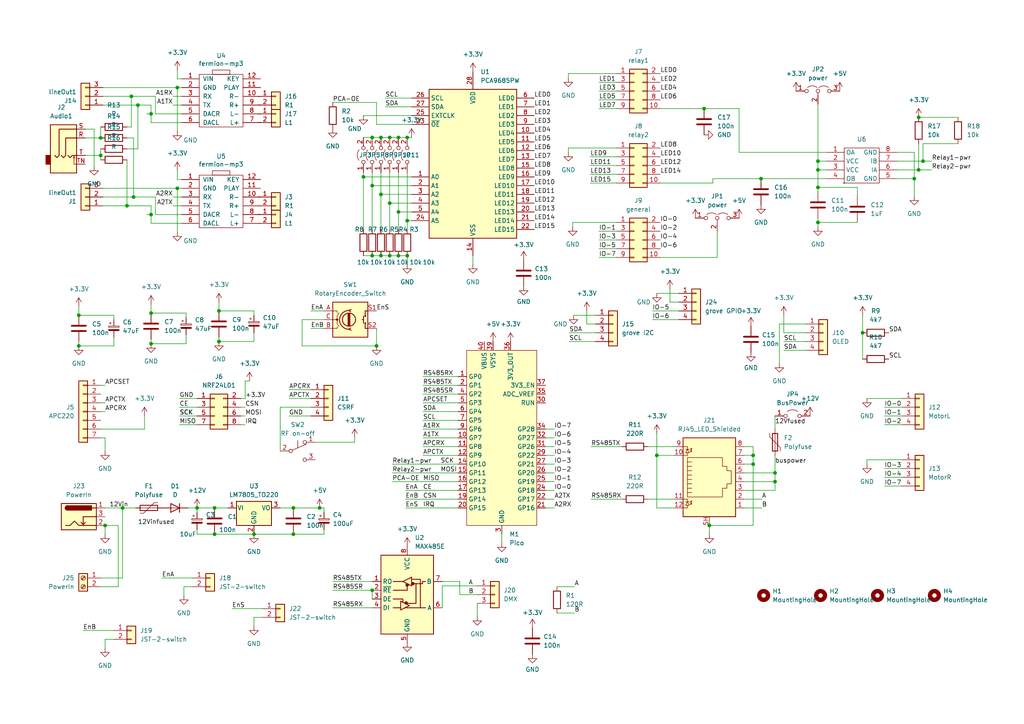
<source format=kicad_sch>
(kicad_sch (version 20230121) (generator eeschema)
  (paper "A4")
  (junction (at 115.57 39.878))
  (junction (at 218.44 134.62))
  (junction (at 43.815 99.695))
  (junction (at 113.03 39.878))
  (junction (at 62.23 147.32))
  (junction (at 40.005 30.48))
  (junction (at 43.815 62.23))
  (junction (at 63.5 99.06))
  (junction (at 204.216 31.496))
  (junction (at 57.15 147.32))
  (junction (at 109.22 100.33))
  (junction (at 43.815 90.805))
  (junction (at 35.56 147.32))
  (junction (at 29.21 40.005))
  (junction (at 107.95 53.848))
  (junction (at 190.5 132.08))
  (junction (at 51.435 54.61))
  (junction (at 38.1 27.94))
  (junction (at 220.726 51.816))
  (junction (at 265.176 51.816))
  (junction (at 110.49 56.388))
  (junction (at 105.41 51.308))
  (junction (at 205.74 152.4))
  (junction (at 237.236 46.736))
  (junction (at 115.57 74.168))
  (junction (at 107.95 171.196))
  (junction (at 266.446 34.036))
  (junction (at 29.21 45.085))
  (junction (at 62.23 154.94))
  (junction (at 267.716 46.736))
  (junction (at 30.48 152.4))
  (junction (at 73.66 154.94))
  (junction (at 22.86 91.44))
  (junction (at 266.446 49.276))
  (junction (at 115.57 61.468))
  (junction (at 224.79 137.16))
  (junction (at 224.79 139.7))
  (junction (at 107.95 74.168))
  (junction (at 110.49 39.878))
  (junction (at 85.09 154.94))
  (junction (at 107.95 39.878))
  (junction (at 85.09 147.32))
  (junction (at 218.44 132.08))
  (junction (at 250.19 96.52))
  (junction (at 113.03 58.928))
  (junction (at 43.815 33.02))
  (junction (at 113.03 74.168))
  (junction (at 92.71 147.32))
  (junction (at 118.11 64.008))
  (junction (at 118.11 74.168))
  (junction (at 38.735 57.15))
  (junction (at 110.49 74.168))
  (junction (at 237.236 64.516))
  (junction (at 51.435 25.4))
  (junction (at 22.86 100.33))
  (junction (at 63.5 90.17))
  (junction (at 118.11 39.878))
  (junction (at 237.236 49.276))
  (junction (at 237.236 54.356))
  (junction (at 36.83 59.69))
  (wire (pts (xy 24.765 40.005) (xy 29.21 40.005)))
  (wire (pts (xy 52.705 33.02) (xy 45.085 33.02)))
  (wire (pts (xy 173.736 31.496) (xy 178.816 31.496)))
  (wire (pts (xy 96.52 168.656) (xy 107.95 168.656)))
  (wire (pts (xy 52.705 59.69) (xy 50.165 59.69)))
  (wire (pts (xy 73.66 179.07) (xy 73.66 181.61)))
  (wire (pts (xy 75.565 64.77) (xy 74.93 64.77)))
  (wire (pts (xy 165.1 99.06) (xy 172.72 99.06)))
  (wire (pts (xy 29.845 54.61) (xy 51.435 54.61)))
  (wire (pts (xy 248.666 56.896) (xy 248.666 54.356)))
  (wire (pts (xy 215.9 139.7) (xy 224.79 139.7)))
  (wire (pts (xy 195.58 132.08) (xy 190.5 132.08)))
  (wire (pts (xy 215.9 137.16) (xy 224.79 137.16)))
  (wire (pts (xy 265.176 51.816) (xy 265.176 56.896)))
  (wire (pts (xy 170.18 90.17) (xy 170.18 93.98)))
  (wire (pts (xy 118.11 64.008) (xy 118.11 66.548)))
  (wire (pts (xy 22.86 88.9) (xy 22.86 91.44)))
  (wire (pts (xy 224.79 137.16) (xy 224.79 139.7)))
  (wire (pts (xy 107.95 50.038) (xy 107.95 53.848)))
  (wire (pts (xy 218.44 152.4) (xy 205.74 152.4)))
  (wire (pts (xy 171.196 50.546) (xy 178.816 50.546)))
  (wire (pts (xy 265.176 44.196) (xy 265.176 51.816)))
  (wire (pts (xy 115.57 66.548) (xy 115.57 61.468)))
  (wire (pts (xy 43.815 88.265) (xy 43.815 90.805)))
  (wire (pts (xy 122.682 116.84) (xy 132.842 116.84)))
  (wire (pts (xy 33.02 185.42) (xy 30.48 185.42)))
  (wire (pts (xy 57.15 153.67) (xy 57.15 154.94)))
  (wire (pts (xy 113.792 137.16) (xy 132.842 137.16)))
  (wire (pts (xy 105.41 39.878) (xy 107.95 39.878)))
  (wire (pts (xy 220.726 51.816) (xy 239.776 51.816)))
  (wire (pts (xy 218.44 134.62) (xy 218.44 152.4)))
  (wire (pts (xy 113.03 58.928) (xy 119.38 58.928)))
  (wire (pts (xy 158.242 144.78) (xy 160.782 144.78)))
  (wire (pts (xy 164.846 42.926) (xy 164.846 44.196)))
  (wire (pts (xy 52.705 62.23) (xy 45.085 62.23)))
  (wire (pts (xy 29.21 170.18) (xy 34.29 170.18)))
  (wire (pts (xy 81.28 118.11) (xy 90.17 118.11)))
  (wire (pts (xy 233.68 93.98) (xy 226.06 93.98)))
  (wire (pts (xy 83.82 120.65) (xy 90.17 120.65)))
  (wire (pts (xy 52.705 57.15) (xy 50.165 57.15)))
  (wire (pts (xy 227.33 91.44) (xy 227.33 96.52)))
  (wire (pts (xy 87.63 92.71) (xy 93.98 92.71)))
  (wire (pts (xy 22.86 100.33) (xy 33.02 100.33)))
  (wire (pts (xy 29.21 124.46) (xy 41.91 124.46)))
  (wire (pts (xy 122.682 119.38) (xy 132.842 119.38)))
  (wire (pts (xy 107.95 39.878) (xy 110.49 39.878)))
  (wire (pts (xy 52.07 118.11) (xy 57.15 118.11)))
  (wire (pts (xy 40.005 30.48) (xy 43.815 30.48)))
  (wire (pts (xy 187.96 129.54) (xy 195.58 129.54)))
  (wire (pts (xy 224.79 139.7) (xy 224.79 142.24)))
  (wire (pts (xy 102.87 127) (xy 102.87 128.27)))
  (wire (pts (xy 189.23 92.71) (xy 196.85 92.71)))
  (wire (pts (xy 158.242 132.08) (xy 160.782 132.08)))
  (wire (pts (xy 215.9 132.08) (xy 218.44 132.08)))
  (wire (pts (xy 237.236 54.356) (xy 237.236 55.626)))
  (wire (pts (xy 237.236 46.736) (xy 239.776 46.736)))
  (wire (pts (xy 35.56 147.32) (xy 39.37 147.32)))
  (wire (pts (xy 220.726 51.816) (xy 206.756 51.816)))
  (wire (pts (xy 51.435 67.31) (xy 51.435 54.61)))
  (wire (pts (xy 251.46 115.57) (xy 261.62 115.57)))
  (wire (pts (xy 214.376 44.196) (xy 239.776 44.196)))
  (wire (pts (xy 266.446 41.656) (xy 266.446 49.276)))
  (wire (pts (xy 43.815 98.425) (xy 43.815 99.695)))
  (wire (pts (xy 158.242 127) (xy 160.782 127)))
  (wire (pts (xy 172.72 93.98) (xy 170.18 93.98)))
  (wire (pts (xy 260.096 44.196) (xy 265.176 44.196)))
  (wire (pts (xy 118.11 39.878) (xy 119.38 39.878)))
  (wire (pts (xy 128.27 168.656) (xy 133.35 168.656)))
  (wire (pts (xy 55.88 170.18) (xy 53.34 170.18)))
  (wire (pts (xy 92.71 147.32) (xy 85.09 147.32)))
  (wire (pts (xy 204.216 31.496) (xy 214.376 31.496)))
  (wire (pts (xy 30.48 127) (xy 30.48 130.81)))
  (wire (pts (xy 267.716 41.656) (xy 267.716 46.736)))
  (wire (pts (xy 115.57 39.878) (xy 118.11 39.878)))
  (wire (pts (xy 105.41 74.168) (xy 107.95 74.168)))
  (wire (pts (xy 53.975 90.805) (xy 53.975 92.075)))
  (wire (pts (xy 250.19 91.44) (xy 250.19 96.52)))
  (wire (pts (xy 69.85 120.65) (xy 71.12 120.65)))
  (wire (pts (xy 137.16 74.168) (xy 137.16 76.708)))
  (wire (pts (xy 36.83 59.69) (xy 43.815 59.69)))
  (wire (pts (xy 164.846 21.336) (xy 164.846 22.606)))
  (wire (pts (xy 51.435 49.53) (xy 51.435 52.07)))
  (wire (pts (xy 218.44 129.54) (xy 218.44 132.08)))
  (wire (pts (xy 191.516 31.496) (xy 204.216 31.496)))
  (wire (pts (xy 113.03 39.878) (xy 115.57 39.878)))
  (wire (pts (xy 237.236 64.516) (xy 248.666 64.516)))
  (wire (pts (xy 90.17 95.25) (xy 93.98 95.25)))
  (wire (pts (xy 122.682 127) (xy 132.842 127)))
  (wire (pts (xy 110.49 56.388) (xy 119.38 56.388)))
  (wire (pts (xy 24.13 182.88) (xy 33.02 182.88)))
  (wire (pts (xy 224.79 132.08) (xy 224.79 137.16)))
  (wire (pts (xy 43.815 33.02) (xy 43.815 35.56)))
  (wire (pts (xy 178.816 21.336) (xy 164.846 21.336)))
  (wire (pts (xy 34.29 170.18) (xy 34.29 152.4)))
  (wire (pts (xy 29.845 59.69) (xy 36.83 59.69)))
  (wire (pts (xy 93.98 147.32) (xy 92.71 147.32)))
  (wire (pts (xy 158.242 139.7) (xy 160.782 139.7)))
  (wire (pts (xy 260.096 46.736) (xy 267.716 46.736)))
  (wire (pts (xy 30.48 152.4) (xy 34.29 152.4)))
  (wire (pts (xy 113.03 58.928) (xy 113.03 66.548)))
  (wire (pts (xy 267.716 46.736) (xy 270.256 46.736)))
  (wire (pts (xy 43.815 30.48) (xy 43.815 33.02)))
  (wire (pts (xy 122.682 114.3) (xy 132.842 114.3)))
  (wire (pts (xy 190.5 147.32) (xy 195.58 147.32)))
  (wire (pts (xy 171.196 45.466) (xy 178.816 45.466)))
  (wire (pts (xy 38.735 57.15) (xy 45.085 57.15)))
  (wire (pts (xy 29.21 127) (xy 30.48 127)))
  (wire (pts (xy 30.48 147.32) (xy 35.56 147.32)))
  (wire (pts (xy 224.79 120.65) (xy 224.79 124.46)))
  (wire (pts (xy 75.565 59.69) (xy 74.93 59.69)))
  (wire (pts (xy 224.79 142.24) (xy 215.9 142.24)))
  (wire (pts (xy 42.545 62.23) (xy 43.815 62.23)))
  (wire (pts (xy 75.565 27.94) (xy 74.93 27.94)))
  (wire (pts (xy 138.43 175.006) (xy 138.43 178.816)))
  (wire (pts (xy 119.38 33.528) (xy 105.41 33.528)))
  (wire (pts (xy 237.236 64.516) (xy 237.236 65.786)))
  (wire (pts (xy 52.705 52.07) (xy 51.435 52.07)))
  (wire (pts (xy 93.98 154.94) (xy 93.98 153.67)))
  (wire (pts (xy 171.45 144.78) (xy 180.34 144.78)))
  (wire (pts (xy 45.085 62.23) (xy 45.085 57.15)))
  (wire (pts (xy 69.85 115.57) (xy 71.12 115.57)))
  (wire (pts (xy 83.82 115.57) (xy 90.17 115.57)))
  (wire (pts (xy 256.54 120.65) (xy 261.62 120.65)))
  (wire (pts (xy 266.446 49.276) (xy 270.256 49.276)))
  (wire (pts (xy 43.815 64.77) (xy 52.705 64.77)))
  (wire (pts (xy 41.91 120.65) (xy 41.91 124.46)))
  (wire (pts (xy 165.1 96.52) (xy 172.72 96.52)))
  (wire (pts (xy 30.48 152.4) (xy 30.48 154.94)))
  (wire (pts (xy 191.516 74.676) (xy 208.026 74.676)))
  (wire (pts (xy 118.11 64.008) (xy 119.38 64.008)))
  (wire (pts (xy 38.1 27.94) (xy 45.085 27.94)))
  (wire (pts (xy 40.005 43.18) (xy 36.83 43.18)))
  (wire (pts (xy 72.39 110.49) (xy 71.12 110.49)))
  (wire (pts (xy 75.565 33.02) (xy 74.93 33.02)))
  (wire (pts (xy 277.876 41.656) (xy 267.716 41.656)))
  (wire (pts (xy 52.07 123.19) (xy 57.15 123.19)))
  (wire (pts (xy 90.17 90.17) (xy 93.98 90.17)))
  (wire (pts (xy 73.66 99.06) (xy 73.66 96.52)))
  (wire (pts (xy 29.845 27.94) (xy 38.1 27.94)))
  (wire (pts (xy 166.37 91.44) (xy 172.72 91.44)))
  (wire (pts (xy 158.242 137.16) (xy 160.782 137.16)))
  (wire (pts (xy 43.815 99.695) (xy 53.975 99.695)))
  (wire (pts (xy 96.52 176.276) (xy 107.95 176.276)))
  (wire (pts (xy 107.95 74.168) (xy 110.49 74.168)))
  (wire (pts (xy 83.82 113.03) (xy 90.17 113.03)))
  (wire (pts (xy 196.85 87.63) (xy 194.31 87.63)))
  (wire (pts (xy 173.736 72.136) (xy 178.816 72.136)))
  (wire (pts (xy 117.602 142.24) (xy 132.842 142.24)))
  (wire (pts (xy 266.446 34.036) (xy 277.876 34.036)))
  (wire (pts (xy 29.21 45.085) (xy 29.21 46.355)))
  (wire (pts (xy 190.5 125.73) (xy 190.5 132.08)))
  (wire (pts (xy 113.792 139.7) (xy 132.842 139.7)))
  (wire (pts (xy 107.95 53.848) (xy 119.38 53.848)))
  (wire (pts (xy 57.15 147.32) (xy 57.15 148.59)))
  (wire (pts (xy 237.236 63.246) (xy 237.236 64.516)))
  (wire (pts (xy 81.28 130.81) (xy 81.28 118.11)))
  (wire (pts (xy 115.57 61.468) (xy 119.38 61.468)))
  (wire (pts (xy 75.565 62.23) (xy 74.93 62.23)))
  (wire (pts (xy 73.66 154.94) (xy 85.09 154.94)))
  (wire (pts (xy 161.544 170.18) (xy 166.624 170.18)))
  (wire (pts (xy 122.682 124.46) (xy 132.842 124.46)))
  (wire (pts (xy 133.35 172.466) (xy 138.43 172.466)))
  (wire (pts (xy 145.542 154.94) (xy 145.542 157.48)))
  (wire (pts (xy 107.95 66.548) (xy 107.95 53.848)))
  (wire (pts (xy 110.49 74.168) (xy 113.03 74.168)))
  (wire (pts (xy 43.815 62.23) (xy 43.815 64.77)))
  (wire (pts (xy 69.85 123.19) (xy 71.12 123.19)))
  (wire (pts (xy 107.95 171.196) (xy 107.95 173.736)))
  (wire (pts (xy 173.736 26.416) (xy 178.816 26.416)))
  (wire (pts (xy 75.565 35.56) (xy 74.93 35.56)))
  (wire (pts (xy 109.22 95.25) (xy 109.22 100.33)))
  (wire (pts (xy 173.736 67.056) (xy 178.816 67.056)))
  (wire (pts (xy 110.49 39.878) (xy 113.03 39.878)))
  (wire (pts (xy 205.74 152.4) (xy 205.74 154.94)))
  (wire (pts (xy 29.21 167.64) (xy 35.56 167.64)))
  (wire (pts (xy 87.63 100.33) (xy 87.63 92.71)))
  (wire (pts (xy 38.1 36.83) (xy 38.1 27.94)))
  (wire (pts (xy 215.9 147.32) (xy 220.98 147.32)))
  (wire (pts (xy 29.21 36.83) (xy 29.21 40.005)))
  (wire (pts (xy 191.516 53.086) (xy 206.756 53.086)))
  (wire (pts (xy 85.09 154.94) (xy 93.98 154.94)))
  (wire (pts (xy 62.23 147.32) (xy 66.04 147.32)))
  (wire (pts (xy 226.06 93.98) (xy 226.06 105.41)))
  (wire (pts (xy 251.46 133.35) (xy 251.46 134.62)))
  (wire (pts (xy 40.005 30.48) (xy 40.005 43.18)))
  (wire (pts (xy 36.83 40.005) (xy 38.735 40.005)))
  (wire (pts (xy 158.242 129.54) (xy 160.782 129.54)))
  (wire (pts (xy 171.196 48.006) (xy 178.816 48.006)))
  (wire (pts (xy 52.07 120.65) (xy 57.15 120.65)))
  (wire (pts (xy 248.666 54.356) (xy 237.236 54.356)))
  (wire (pts (xy 51.435 38.1) (xy 51.435 25.4)))
  (wire (pts (xy 173.736 74.676) (xy 178.816 74.676)))
  (wire (pts (xy 173.736 69.596) (xy 178.816 69.596)))
  (wire (pts (xy 105.41 51.308) (xy 105.41 66.548)))
  (wire (pts (xy 110.49 56.388) (xy 110.49 66.548)))
  (wire (pts (xy 250.19 96.52) (xy 250.19 104.14)))
  (wire (pts (xy 105.41 51.308) (xy 119.38 51.308)))
  (wire (pts (xy 194.31 83.82) (xy 194.31 87.63)))
  (wire (pts (xy 73.66 90.17) (xy 73.66 91.44)))
  (wire (pts (xy 178.816 42.926) (xy 164.846 42.926)))
  (wire (pts (xy 113.03 50.038) (xy 113.03 58.928)))
  (wire (pts (xy 52.705 30.48) (xy 50.165 30.48)))
  (wire (pts (xy 91.44 128.27) (xy 102.87 128.27)))
  (wire (pts (xy 42.545 33.02) (xy 43.815 33.02)))
  (wire (pts (xy 227.33 101.6) (xy 233.68 101.6)))
  (wire (pts (xy 166.116 65.786) (xy 166.116 64.516)))
  (wire (pts (xy 166.116 64.516) (xy 178.816 64.516)))
  (wire (pts (xy 113.792 134.62) (xy 132.842 134.62)))
  (wire (pts (xy 29.845 25.4) (xy 51.435 25.4)))
  (wire (pts (xy 96.52 171.196) (xy 107.95 171.196)))
  (wire (pts (xy 67.31 176.53) (xy 76.2 176.53)))
  (wire (pts (xy 29.21 111.76) (xy 30.48 111.76)))
  (wire (pts (xy 45.085 33.02) (xy 45.085 27.94)))
  (wire (pts (xy 233.68 96.52) (xy 227.33 96.52)))
  (wire (pts (xy 218.44 132.08) (xy 218.44 134.62)))
  (wire (pts (xy 71.12 110.49) (xy 71.12 115.57)))
  (wire (pts (xy 237.236 49.276) (xy 239.776 49.276)))
  (wire (pts (xy 110.49 50.038) (xy 110.49 56.388)))
  (wire (pts (xy 260.096 49.276) (xy 266.446 49.276)))
  (wire (pts (xy 111.76 28.448) (xy 119.38 28.448)))
  (wire (pts (xy 53.34 170.18) (xy 53.34 172.72)))
  (wire (pts (xy 33.02 100.33) (xy 33.02 97.79)))
  (wire (pts (xy 128.27 169.926) (xy 138.43 169.926)))
  (wire (pts (xy 161.544 177.8) (xy 166.624 177.8)))
  (wire (pts (xy 171.45 129.54) (xy 180.34 129.54)))
  (wire (pts (xy 215.9 134.62) (xy 218.44 134.62)))
  (wire (pts (xy 122.682 132.08) (xy 132.842 132.08)))
  (wire (pts (xy 237.236 30.226) (xy 237.236 46.736)))
  (wire (pts (xy 256.54 135.89) (xy 261.62 135.89)))
  (wire (pts (xy 122.682 111.76) (xy 132.842 111.76)))
  (wire (pts (xy 63.5 97.79) (xy 63.5 99.06)))
  (wire (pts (xy 171.196 53.086) (xy 178.816 53.086)))
  (wire (pts (xy 115.57 74.168) (xy 118.11 74.168)))
  (wire (pts (xy 62.23 154.94) (xy 73.66 154.94)))
  (wire (pts (xy 36.83 36.83) (xy 38.1 36.83)))
  (wire (pts (xy 43.815 35.56) (xy 52.705 35.56)))
  (wire (pts (xy 57.15 154.94) (xy 62.23 154.94)))
  (wire (pts (xy 33.02 91.44) (xy 33.02 92.71)))
  (wire (pts (xy 52.705 22.86) (xy 51.435 22.86)))
  (wire (pts (xy 227.33 99.06) (xy 233.68 99.06)))
  (wire (pts (xy 122.682 121.92) (xy 132.842 121.92)))
  (wire (pts (xy 118.11 50.038) (xy 118.11 64.008)))
  (wire (pts (xy 52.705 27.94) (xy 50.165 27.94)))
  (wire (pts (xy 24.765 45.085) (xy 29.21 45.085)))
  (wire (pts (xy 36.83 46.355) (xy 36.83 59.69)))
  (wire (pts (xy 22.86 91.44) (xy 33.02 91.44)))
  (wire (pts (xy 118.11 74.168) (xy 118.11 76.708)))
  (wire (pts (xy 52.07 115.57) (xy 57.15 115.57)))
  (wire (pts (xy 63.5 99.06) (xy 73.66 99.06)))
  (wire (pts (xy 35.56 167.64) (xy 35.56 147.32)))
  (wire (pts (xy 128.27 176.276) (xy 128.27 169.926)))
  (wire (pts (xy 158.242 124.46) (xy 160.782 124.46)))
  (wire (pts (xy 29.21 116.84) (xy 30.48 116.84)))
  (wire (pts (xy 190.5 85.09) (xy 196.85 85.09)))
  (wire (pts (xy 75.565 57.15) (xy 74.93 57.15)))
  (wire (pts (xy 158.242 142.24) (xy 160.782 142.24)))
  (wire (pts (xy 158.242 147.32) (xy 160.782 147.32)))
  (wire (pts (xy 53.975 99.695) (xy 53.975 97.155)))
  (wire (pts (xy 63.5 90.17) (xy 73.66 90.17)))
  (wire (pts (xy 256.54 118.11) (xy 261.62 118.11)))
  (wire (pts (xy 115.57 50.038) (xy 115.57 61.468)))
  (wire (pts (xy 29.21 43.18) (xy 29.21 45.085)))
  (wire (pts (xy 22.86 99.06) (xy 22.86 100.33)))
  (wire (pts (xy 117.602 147.32) (xy 132.842 147.32)))
  (wire (pts (xy 27.305 37.465) (xy 27.305 48.26)))
  (wire (pts (xy 111.76 30.988) (xy 119.38 30.988)))
  (wire (pts (xy 46.99 167.64) (xy 55.88 167.64)))
  (wire (pts (xy 214.376 31.496) (xy 214.376 44.196)))
  (wire (pts (xy 29.845 30.48) (xy 40.005 30.48)))
  (wire (pts (xy 57.15 147.32) (xy 62.23 147.32)))
  (wire (pts (xy 38.735 40.005) (xy 38.735 57.15)))
  (wire (pts (xy 51.435 25.4) (xy 52.705 25.4)))
  (wire (pts (xy 256.54 138.43) (xy 261.62 138.43)))
  (wire (pts (xy 109.22 29.718) (xy 96.52 29.718)))
  (wire (pts (xy 256.54 123.19) (xy 261.62 123.19)))
  (wire (pts (xy 122.682 129.54) (xy 132.842 129.54)))
  (wire (pts (xy 30.48 185.42) (xy 30.48 187.96)))
  (wire (pts (xy 29.845 57.15) (xy 38.735 57.15)))
  (wire (pts (xy 237.236 49.276) (xy 237.236 54.356)))
  (wire (pts (xy 261.62 133.35) (xy 251.46 133.35)))
  (wire (pts (xy 187.96 144.78) (xy 195.58 144.78)))
  (wire (pts (xy 215.9 144.78) (xy 220.98 144.78)))
  (wire (pts (xy 189.23 90.17) (xy 196.85 90.17)))
  (wire (pts (xy 260.096 51.816) (xy 265.176 51.816)))
  (wire (pts (xy 109.22 36.068) (xy 119.38 36.068)))
  (wire (pts (xy 51.435 54.61) (xy 52.705 54.61)))
  (wire (pts (xy 117.602 144.78) (xy 132.842 144.78)))
  (wire (pts (xy 76.2 179.07) (xy 73.66 179.07)))
  (wire (pts (xy 54.61 147.32) (xy 57.15 147.32)))
  (wire (pts (xy 237.236 46.736) (xy 237.236 49.276)))
  (wire (pts (xy 69.85 118.11) (xy 71.12 118.11)))
  (wire (pts (xy 93.98 148.59) (xy 93.98 147.32)))
  (wire (pts (xy 105.41 50.038) (xy 105.41 51.308)))
  (wire (pts (xy 215.9 129.54) (xy 218.44 129.54)))
  (wire (pts (xy 75.565 30.48) (xy 74.93 30.48)))
  (wire (pts (xy 173.736 23.876) (xy 178.816 23.876)))
  (wire (pts (xy 24.765 37.465) (xy 27.305 37.465)))
  (wire (pts (xy 63.5 87.63) (xy 63.5 90.17)))
  (wire (pts (xy 206.756 51.816) (xy 206.756 53.086)))
  (wire (pts (xy 190.5 132.08) (xy 190.5 147.32)))
  (wire (pts (xy 85.09 147.32) (xy 81.28 147.32)))
  (wire (pts (xy 133.35 168.656) (xy 133.35 172.466)))
  (wire (pts (xy 109.22 100.33) (xy 87.63 100.33)))
  (wire (pts (xy 43.815 59.69) (xy 43.815 62.23)))
  (wire (pts (xy 122.682 109.22) (xy 132.842 109.22)))
  (wire (pts (xy 158.242 134.62) (xy 160.782 134.62)))
  (wire (pts (xy 113.03 74.168) (xy 115.57 74.168)))
  (wire (pts (xy 43.815 90.805) (xy 53.975 90.805)))
  (wire (pts (xy 256.54 140.97) (xy 261.62 140.97)))
  (wire (pts (xy 51.435 20.32) (xy 51.435 22.86)))
  (wire (pts (xy 109.22 29.718) (xy 109.22 36.068)))
  (wire (pts (xy 29.21 119.38) (xy 30.48 119.38)))
  (wire (pts (xy 173.736 28.956) (xy 178.816 28.956)))
  (wire (pts (xy 208.026 74.676) (xy 208.026 67.056)))
  (label "APCRX" (at 30.48 119.38 0))
  (label "A" (at 220.98 144.78 0))
  (label "CSN" (at 122.682 144.78 0))
  (label "IO-1" (at 256.54 120.65 0))
  (label "IO-3" (at 160.782 134.62 0))
  (label "B" (at 166.624 177.8 0))
  (label "IO-5" (at 173.736 72.136 0))
  (label "A2RX" (at 160.782 147.32 0))
  (label "SCK" (at 52.07 120.65 0))
  (label "PCA-OE" (at 96.52 29.718 0))
  (label "MISO" (at 52.07 123.19 0))
  (label "SCK" (at 52.07 120.65 0))
  (label "SDA" (at 227.33 101.6 0))
  (label "CE" (at 52.07 118.11 0))
  (label "SCL" (at 165.1 99.06 0))
  (label "LED1" (at 173.736 23.876 0))
  (label "LED14" (at 154.94 64.008 0))
  (label "IO-4" (at 256.54 138.43 0))
  (label "A" (at 166.624 170.18 0))
  (label "12Vinfused" (at 40.005 152.4 0))
  (label "IO-1" (at 160.782 139.7 0))
  (label "SCK" (at 127.762 134.62 0))
  (label "+3.3V" (at 71.12 115.57 0))
  (label "LED11" (at 171.196 48.006 0))
  (label "12Vin" (at 31.75 147.32 0))
  (label "MOSI" (at 71.12 120.65 0))
  (label "LED3" (at 173.736 26.416 0))
  (label "12Vfused" (at 224.79 123.19 0))
  (label "LED10" (at 154.94 53.848 0))
  (label "A1TX" (at 122.682 127 0))
  (label "IO-7" (at 173.736 74.676 0))
  (label "LED15" (at 154.94 66.548 0))
  (label "IO-2" (at 191.516 67.056 0))
  (label "RS485RX" (at 96.52 176.276 0))
  (label "IO-7" (at 160.782 124.46 0))
  (label "LED4" (at 191.516 26.416 0))
  (label "APCRX" (at 83.82 113.03 0))
  (label "A" (at 135.89 169.926 0))
  (label "LED14" (at 191.516 50.546 0))
  (label "IO-0" (at 160.782 142.24 0))
  (label "IO-7" (at 256.54 140.97 0))
  (label "LED13" (at 154.94 61.468 0))
  (label "IO-5" (at 189.23 90.17 0))
  (label "IO-4" (at 191.516 69.596 0))
  (label "EnS" (at 67.31 176.53 0))
  (label "LED13" (at 171.196 50.546 0))
  (label "SDA" (at 257.81 96.52 0))
  (label "IO-4" (at 160.782 132.08 0))
  (label "IO-2" (at 160.782 137.16 0))
  (label "LED3" (at 154.94 36.068 0))
  (label "LED1" (at 154.94 30.988 0))
  (label "LED9" (at 154.94 51.308 0))
  (label "APCTX" (at 30.48 116.84 0))
  (label "IRQ" (at 71.12 123.19 0))
  (label "EnA" (at 117.602 142.24 0))
  (label "B" (at 220.98 147.32 0))
  (label "SCL" (at 257.81 104.14 0))
  (label "APCSET" (at 122.682 116.84 0))
  (label "RS485RX" (at 171.45 144.78 0))
  (label "LED12" (at 154.94 58.928 0))
  (label "A2RX" (at 50.165 57.15 180))
  (label "A1TX" (at 50.165 30.48 180))
  (label "IO-5" (at 160.782 129.54 0))
  (label "RS485TX" (at 122.682 111.76 0))
  (label "GND" (at 83.82 120.65 0))
  (label "EnS" (at 109.22 90.17 0))
  (label "IO-6" (at 160.782 127 0))
  (label "IO-6" (at 191.516 72.136 0))
  (label "PCA-OE" (at 113.792 139.7 0))
  (label "Relay2-pwr" (at 113.792 137.16 0))
  (label "LED5" (at 154.94 41.148 0))
  (label "IO-3" (at 256.54 135.89 0))
  (label "EnA" (at 90.17 90.17 0))
  (label "IO-2" (at 256.54 123.19 0))
  (label "SCL" (at 111.76 28.448 0))
  (label "RS485SR" (at 96.52 171.196 0))
  (label "LED11" (at 154.94 56.388 0))
  (label "A2TX" (at 50.165 59.69 180))
  (label "APCTX" (at 122.682 132.08 0))
  (label "LED2" (at 191.516 23.876 0))
  (label "IO-3" (at 173.736 69.596 0))
  (label "EnB" (at 90.17 95.25 0))
  (label "CSN" (at 71.12 118.11 0))
  (label "RS485TX" (at 96.52 168.656 0))
  (label "LED6" (at 154.94 43.688 0))
  (label "SCL" (at 227.33 99.06 0))
  (label "MISO" (at 122.682 139.7 0))
  (label "LED7" (at 154.94 46.228 0))
  (label "LED0" (at 154.94 28.448 0))
  (label "IRQ" (at 122.682 147.32 0))
  (label "SDA" (at 165.1 96.52 0))
  (label "Relay1-pwr" (at 270.256 46.736 0))
  (label "IO-0" (at 256.54 118.11 0))
  (label "SCL" (at 122.682 121.92 0))
  (label "SDA" (at 111.76 30.988 0))
  (label "RS485RX" (at 122.682 109.22 0))
  (label "LED7" (at 173.736 31.496 0))
  (label "IO-6" (at 189.23 92.71 0))
  (label "GND" (at 52.07 115.57 0))
  (label "RS485SR" (at 122.682 114.3 0))
  (label "EnB" (at 117.602 144.78 0))
  (label "LED4" (at 154.94 38.608 0))
  (label "LED9" (at 171.196 45.466 0))
  (label "LED2" (at 154.94 33.528 0))
  (label "IO-0" (at 191.516 64.516 0))
  (label "LED15" (at 171.196 53.086 0))
  (label "buspower" (at 224.79 134.62 0))
  (label "APCSET" (at 30.48 111.76 0))
  (label "LED8" (at 191.516 42.926 0))
  (label "Relay1-pwr" (at 113.792 134.62 0))
  (label "MOSI" (at 127.762 137.16 0))
  (label "LED6" (at 191.516 28.956 0))
  (label "EnS" (at 117.602 147.32 0))
  (label "LED12" (at 191.516 48.006 0))
  (label "LED0" (at 191.516 21.336 0))
  (label "LED10" (at 191.516 45.466 0))
  (label "Relay2-pwr" (at 270.256 49.276 0))
  (label "APCTX" (at 83.82 115.57 0))
  (label "SDA" (at 122.682 119.38 0))
  (label "IO-1" (at 173.736 67.056 0))
  (label "APCRX" (at 122.682 129.54 0))
  (label "B" (at 135.89 172.466 0))
  (label "EnB" (at 24.13 182.88 0))
  (label "LED5" (at 173.736 28.956 0))
  (label "A1RX" (at 122.682 124.46 0))
  (label "RS485TX" (at 171.45 129.54 0))
  (label "CE" (at 122.682 142.24 0))
  (label "EnA" (at 46.99 167.64 0))
  (label "A1RX" (at 50.165 27.94 180))
  (label "A2TX" (at 160.782 144.78 0))
  (label "LED8" (at 154.94 48.768 0))
  (symbol (lib_id "Regulator_Linear:LM7805_TO220") (at 73.66 147.32 0) (unit 1)
    (property "Reference" "U3" (at 73.66 140.97 0))
    (property "Value" "LM7805_TO220" (at 73.66 143.51 0))
    (property "Footprint" "Package_TO_SOT_THT:TO-220-3_Vertical" (effects hide))
    (property "Datasheet" "https://www.onsemi.cn/PowerSolutions/document/MC7800-D.PDF" (effects hide))
  )
  (symbol (lib_id "Device:R") (at 266.446 37.846 0) (unit 1)
    (property "Reference" "R17" (at 268.986 36.576 0) (effects (justify left)))
    (property "Value" "10k" (at 268.986 39.116 0) (effects (justify left)))
    (property "Footprint" "fab:R_1206" (effects hide))
  )
  (symbol (lib_id "board-rescue:fermion-mp3-arduino") (at 57.785 48.26 0) (unit 1)
    (property "Reference" "U5" (at 64.135 45.339 0))
    (property "Value" "fermion-mp3" (at 64.135 47.6504 0))
    (property "Footprint" "Arduino:fermion-mp3" (effects hide))
  )
  (symbol (lib_id "power:GND") (at 63.5 99.06 0) (unit 1)
    (property "Reference" "#PWR047" (effects hide))
    (property "Value" "GND" (at 63.5 104.14 0))
  )
  (symbol (lib_id "Connector_Generic:Conn_01x02") (at 38.1 182.88 0) (unit 1)
    (property "Reference" "J19" (at 40.64 182.88 0) (effects (justify left)))
    (property "Value" "JST-2-switch" (at 40.64 185.42 0) (effects (justify left)))
    (property "Footprint" "Connector_JST:JST_XH_B2B-XH-A_1x02_P2.50mm_Vertical" (effects hide))
  )
  (symbol (lib_id "power:GND") (at 151.892 83.058 0) (unit 1)
    (property "Reference" "#PWR051" (effects hide))
    (property "Value" "GND" (at 151.892 87.503 0))
  )
  (symbol (lib_id "Jumper:Jumper_2_Open") (at 113.03 44.958 90) (unit 1)
    (property "Reference" "JP9" (at 111.76 44.958 90) (effects (justify right)))
    (property "Value" "Jumper_2_Open" (effects hide))
    (property "Footprint" "Jumper:SolderJumper-2_P1.3mm_Open_RoundedPad1.0x1.5mm" (effects hide))
  )
  (symbol (lib_id "Device:C_Polarized_Small") (at 57.15 151.13 0) (unit 1)
    (property "Reference" "C3" (at 59.69 149.3139 0) (effects (justify left)))
    (property "Value" "10uF" (at 52.07 154.94 0) (effects (justify left)))
    (property "Footprint" "fab:CP_Elec_D6.3mm_H6.1mm" (effects hide))
  )
  (symbol (lib_id "Device:R") (at 33.02 43.18 270) (unit 1)
    (property "Reference" "R15" (at 33.02 36.83 90))
    (property "Value" "R" (at 33.02 39.37 90))
    (property "Footprint" "fab:R_1206" (effects hide))
  )
  (symbol (lib_id "power:+3.3V") (at 118.11 158.496 0) (unit 1)
    (property "Reference" "#PWR07" (effects hide))
    (property "Value" "+3.3V" (at 118.11 153.416 0))
  )
  (symbol (lib_id "power:GND") (at 22.86 100.33 0) (unit 1)
    (property "Reference" "#PWR043" (effects hide))
    (property "Value" "GND" (at 22.86 105.41 0))
  )
  (symbol (lib_id "Mechanical:MountingHole") (at 271.018 172.72 0) (unit 1)
    (property "Reference" "H4" (at 273.558 171.45 0) (effects (justify left)))
    (property "Value" "MountingHole" (at 273.558 173.99 0) (effects (justify left)))
    (property "Footprint" "fab:MountingHole_3mm" (effects hide))
  )
  (symbol (lib_id "Jumper:Jumper_2_Open") (at 118.11 44.958 90) (unit 1)
    (property "Reference" "JP11" (at 116.84 44.958 90) (effects (justify right)))
    (property "Value" "Jumper_2_Open" (effects hide))
    (property "Footprint" "Jumper:SolderJumper-2_P1.3mm_Open_RoundedPad1.0x1.5mm" (effects hide))
  )
  (symbol (lib_id "Device:R") (at 184.15 129.54 90) (unit 1)
    (property "Reference" "R11" (at 184.15 123.19 90))
    (property "Value" "220R" (at 184.15 125.73 90))
    (property "Footprint" "fab:R_1206" (effects hide))
  )
  (symbol (lib_id "power:+3.3V") (at 170.18 90.17 0) (unit 1)
    (property "Reference" "#PWR056" (effects hide))
    (property "Value" "+3.3V" (at 170.18 85.09 0))
  )
  (symbol (lib_id "power:GND") (at 190.5 85.09 0) (unit 1)
    (property "Reference" "#PWR040" (effects hide))
    (property "Value" "GND" (at 186.69 87.63 0))
  )
  (symbol (lib_id "Mechanical:MountingHole") (at 237.998 172.72 0) (unit 1)
    (property "Reference" "H2" (at 240.538 171.45 0) (effects (justify left)))
    (property "Value" "MountingHole" (at 240.538 173.99 0) (effects (justify left)))
    (property "Footprint" "fab:MountingHole_3mm" (effects hide))
  )
  (symbol (lib_id "power:GND") (at 265.176 56.896 0) (unit 1)
    (property "Reference" "#PWR025" (effects hide))
    (property "Value" "GND" (at 265.176 61.976 0))
  )
  (symbol (lib_id "Jumper:Jumper_3_Open") (at 208.026 63.246 0) (unit 1)
    (property "Reference" "JP1" (at 208.026 56.896 0))
    (property "Value" "power" (at 208.026 59.436 0))
    (property "Footprint" "Connector_PinHeader_2.54mm:PinHeader_1x03_P2.54mm_Vertical" (effects hide))
  )
  (symbol (lib_id "Device:C") (at 154.432 185.928 0) (unit 1)
    (property "Reference" "C14" (at 157.607 184.658 0) (effects (justify left)))
    (property "Value" "100n" (at 157.607 187.198 0) (effects (justify left)))
    (property "Footprint" "fab:C_1206" (effects hide))
  )
  (symbol (lib_id "Connector_Generic:Conn_01x03") (at 143.51 172.466 0) (unit 1)
    (property "Reference" "J20" (at 146.05 171.196 0) (effects (justify left)))
    (property "Value" "DMX" (at 146.05 173.736 0) (effects (justify left)))
    (property "Footprint" "Connector_JST:JST_XH_B3B-XH-A_1x03_P2.50mm_Vertical" (effects hide))
  )
  (symbol (lib_id "Connector_Generic:Conn_01x02") (at 80.01 33.02 0) (unit 1)
    (property "Reference" "J17" (at 82.55 33.02 0) (effects (justify left)))
    (property "Value" "L1" (at 82.55 35.56 0) (effects (justify left)))
    (property "Footprint" "Connector_JST:JST_XH_B2B-XH-A_1x02_P2.50mm_Vertical" (effects hide))
  )
  (symbol (lib_id "power:GND") (at 51.435 38.1 0) (mirror y) (unit 1)
    (property "Reference" "#PWR04" (effects hide))
    (property "Value" "GND" (at 55.245 40.64 0))
  )
  (symbol (lib_id "Device:R") (at 118.11 70.358 0) (unit 1)
    (property "Reference" "R3" (at 118.745 66.548 0) (effects (justify left)))
    (property "Value" "10k" (at 122.555 76.073 0) (effects (justify left)))
    (property "Footprint" "fab:R_1206" (effects hide))
  )
  (symbol (lib_id "Connector_Generic:Conn_01x04") (at 201.93 87.63 0) (unit 1)
    (property "Reference" "J24" (at 204.47 87.63 0) (effects (justify left)))
    (property "Value" "grove GPIO" (at 204.47 90.17 0) (effects (justify left)))
    (property "Footprint" "Connectors:Grove_1x04" (effects hide))
  )
  (symbol (lib_id "power:GND") (at 109.22 100.33 0) (unit 1)
    (property "Reference" "#PWR042" (effects hide))
    (property "Value" "GND" (at 109.22 105.41 0))
  )
  (symbol (lib_id "power:+3.3V") (at 43.815 88.265 0) (unit 1)
    (property "Reference" "#PWR044" (effects hide))
    (property "Value" "+3.3V" (at 43.815 83.185 0))
  )
  (symbol (lib_id "power:+3.3V") (at 41.91 120.65 0) (unit 1)
    (property "Reference" "#PWR09" (effects hide))
    (property "Value" "+3.3V" (at 41.91 115.57 0))
  )
  (symbol (lib_id "Connector_Generic:Conn_01x04") (at 266.7 135.89 0) (unit 1)
    (property "Reference" "J13" (at 269.24 135.89 0) (effects (justify left)))
    (property "Value" "MotorR" (at 269.24 138.43 0) (effects (justify left)))
    (property "Footprint" "Connector_JST:JST_XH_B4B-XH-A_1x04_P2.50mm_Vertical" (effects hide))
  )
  (symbol (lib_id "Device:C") (at 248.666 60.706 0) (unit 1)
    (property "Reference" "C12" (at 252.476 59.436 0) (effects (justify left)))
    (property "Value" "1uF" (at 252.476 61.976 0) (effects (justify left)))
    (property "Footprint" "fab:C_1206" (effects hide))
  )
  (symbol (lib_id "Connector_Generic:Conn_01x04") (at 95.25 115.57 0) (unit 1)
    (property "Reference" "J11" (at 97.79 115.57 0) (effects (justify left)))
    (property "Value" "CSRF" (at 97.79 118.11 0) (effects (justify left)))
    (property "Footprint" "Connector_PinHeader_2.54mm:PinHeader_1x04_P2.54mm_Vertical" (effects hide))
  )
  (symbol (lib_id "power:GND") (at 204.216 39.116 90) (unit 1)
    (property "Reference" "#PWR061" (effects hide))
    (property "Value" "GND" (at 208.026 39.116 90) (effects (justify right)))
  )
  (symbol (lib_id "power:GND") (at 220.726 59.436 0) (unit 1)
    (property "Reference" "#PWR060" (effects hide))
    (property "Value" "GND" (at 220.726 64.516 0))
  )
  (symbol (lib_id "Device:C") (at 85.09 151.13 0) (unit 1)
    (property "Reference" "C2" (at 88.9 149.86 0) (effects (justify left)))
    (property "Value" "100n" (at 88.9 152.4 0) (effects (justify left)))
    (property "Footprint" "fab:C_1206" (effects hide))
  )
  (symbol (lib_id "Connector_Generic:Conn_02x04_Odd_Even") (at 62.23 118.11 0) (unit 1)
    (property "Reference" "J6" (at 63.5 109.22 0))
    (property "Value" "NRF24L01" (at 63.5 111.76 0))
    (property "Footprint" "Connector_PinHeader_2.54mm:PinHeader_2x04_P2.54mm_Vertical" (effects hide))
  )
  (symbol (lib_id "power:GND") (at 205.74 154.94 0) (unit 1)
    (property "Reference" "#PWR030" (effects hide))
    (property "Value" "GND" (at 205.74 160.02 0))
  )
  (symbol (lib_id "power:+3.3V") (at 201.676 63.246 0) (unit 1)
    (property "Reference" "#PWR023" (effects hide))
    (property "Value" "+3.3V" (at 201.676 58.166 0))
  )
  (symbol (lib_id "power:+5V") (at 243.586 26.416 0) (unit 1)
    (property "Reference" "#PWR027" (effects hide))
    (property "Value" "+5V" (at 243.586 21.336 0))
  )
  (symbol (lib_id "power:+12V") (at 234.95 120.65 0) (unit 1)
    (property "Reference" "#PWR031" (effects hide))
    (property "Value" "+12V" (at 234.95 115.57 0))
  )
  (symbol (lib_id "Connector_Generic:Conn_01x04") (at 238.76 96.52 0) (unit 1)
    (property "Reference" "J10" (at 241.3 96.52 0) (effects (justify left)))
    (property "Value" "OLED" (at 241.3 99.06 0) (effects (justify left)))
    (property "Footprint" "Arduino:OLED128x32" (effects hide))
  )
  (symbol (lib_id "Device:C_Polarized_Small") (at 53.975 94.615 0) (unit 1)
    (property "Reference" "C8" (at 56.515 92.7989 0) (effects (justify left)))
    (property "Value" "47uF" (at 56.515 95.3389 0) (effects (justify left)))
    (property "Footprint" "fab:CP_Elec_D6.3mm_H6.1mm" (effects hide))
  )
  (symbol (lib_id "Device:R") (at 115.57 70.358 0) (unit 1)
    (property "Reference" "R4" (at 115.57 66.548 0) (effects (justify left)))
    (property "Value" "10k" (at 118.745 76.073 0) (effects (justify left)))
    (property "Footprint" "fab:R_1206" (effects hide))
  )
  (symbol (lib_id "Device:C_Polarized_Small") (at 73.66 93.98 0) (unit 1)
    (property "Reference" "C10" (at 76.2 92.1639 0) (effects (justify left)))
    (property "Value" "47uF" (at 76.2 94.7039 0) (effects (justify left)))
    (property "Footprint" "fab:CP_Elec_D6.3mm_H6.1mm" (effects hide))
  )
  (symbol (lib_id "power:GND") (at 30.48 154.94 0) (unit 1)
    (property "Reference" "#PWR035" (effects hide))
    (property "Value" "GND" (at 30.48 160.02 0))
  )
  (symbol (lib_id "power:GND") (at 73.66 181.61 0) (unit 1)
    (property "Reference" "#PWR059" (effects hide))
    (property "Value" "GND" (at 73.66 186.69 0))
  )
  (symbol (lib_id "power:+3.3V") (at 227.33 91.44 0) (unit 1)
    (property "Reference" "#PWR013" (effects hide))
    (property "Value" "+3.3V" (at 227.33 86.36 0))
  )
  (symbol (lib_id "Connector_Generic:Conn_02x05_Odd_Even") (at 183.896 69.596 0) (unit 1)
    (property "Reference" "J9" (at 185.166 58.166 0))
    (property "Value" "general" (at 185.166 60.706 0))
    (property "Footprint" "Connector_IDC:IDC-Header_2x05_P2.54mm_Vertical" (effects hide))
  )
  (symbol (lib_id "power:GND") (at 164.846 44.196 0) (unit 1)
    (property "Reference" "#PWR021" (effects hide))
    (property "Value" "GND" (at 164.846 49.276 0))
  )
  (symbol (lib_id "power:+3.3V") (at 51.435 20.32 0) (mirror y) (unit 1)
    (property "Reference" "#PWR01" (effects hide))
    (property "Value" "+3.3V" (at 51.435 15.24 0))
  )
  (symbol (lib_id "Connector_Generic:Conn_01x07") (at 24.13 119.38 0) (mirror y) (unit 1)
    (property "Reference" "J5" (at 21.59 118.11 0) (effects (justify left)))
    (property "Value" "APC220" (at 21.59 120.65 0) (effects (justify left)))
    (property "Footprint" "Arduino:APC220" (effects hide))
  )
  (symbol (lib_id "Device:C") (at 151.892 79.248 0) (unit 1)
    (property "Reference" "C13" (at 155.067 77.978 0) (effects (justify left)))
    (property "Value" "100n" (at 155.067 80.518 0) (effects (justify left)))
    (property "Footprint" "fab:C_1206" (effects hide))
  )
  (symbol (lib_id "power:GND") (at 51.435 67.31 0) (mirror y) (unit 1)
    (property "Reference" "#PWR05" (effects hide))
    (property "Value" "GND" (at 55.245 69.85 0))
  )
  (symbol (lib_id "power:+12V") (at 57.15 147.32 0) (unit 1)
    (property "Reference" "#PWR037" (effects hide))
    (property "Value" "+12V" (at 57.15 142.24 0))
  )
  (symbol (lib_id "power:GND") (at 137.16 76.708 0) (unit 1)
    (property "Reference" "#PWR015" (effects hide))
    (property "Value" "GND" (at 137.16 81.788 0))
  )
  (symbol (lib_id "power:+3.3V") (at 250.19 91.44 0) (unit 1)
    (property "Reference" "#PWR039" (effects hide))
    (property "Value" "+3.3V" (at 250.19 86.36 0))
  )
  (symbol (lib_id "Connector_Generic:Conn_01x02") (at 80.01 62.23 0) (unit 1)
    (property "Reference" "J4" (at 82.55 62.23 0) (effects (justify left)))
    (property "Value" "L1" (at 82.55 64.77 0) (effects (justify left)))
    (property "Footprint" "Connector_JST:JST_XH_B2B-XH-A_1x02_P2.50mm_Vertical" (effects hide))
  )
  (symbol (lib_id "power:GND") (at 166.37 91.44 0) (unit 1)
    (property "Reference" "#PWR049" (effects hide))
    (property "Value" "GND" (at 162.56 93.98 0))
  )
  (symbol (lib_id "power:+3.3V") (at 72.39 110.49 0) (unit 1)
    (property "Reference" "#PWR065" (effects hide))
    (property "Value" "+3.3V" (at 72.39 105.41 0))
  )
  (symbol (lib_id "power:GND") (at 118.11 76.708 0) (unit 1)
    (property "Reference" "#PWR019" (effects hide))
    (property "Value" "GND" (at 118.11 81.788 0))
  )
  (symbol (lib_id "Connector_Audio:AudioJack3_SwitchT") (at 19.685 40.005 0) (unit 1)
    (property "Reference" "J2" (at 17.78 31.115 0))
    (property "Value" "Audio1" (at 17.78 33.655 0))
    (property "Footprint" "Connector_Audio:Jack_3.5mm_CUI_SJ1-3525N_Horizontal" (effects hide))
  )
  (symbol (lib_id "Device:R") (at 96.52 33.528 0) (unit 1)
    (property "Reference" "R2" (at 99.06 32.258 0) (effects (justify left)))
    (property "Value" "10k" (at 99.06 34.798 0) (effects (justify left)))
    (property "Footprint" "fab:R_1206" (effects hide))
  )
  (symbol (lib_id "fab:Module_RaspberryPi_PicoW_Combined") (at 145.542 127 0) (unit 1)
    (property "Reference" "M1" (at 147.7361 154.94 0) (effects (justify left)))
    (property "Value" "Pico" (at 147.7361 157.48 0) (effects (justify left)))
    (property "Footprint" "fab:RaspberryPi_PicoW_SocketTHT" (effects hide))
    (property "Datasheet" "https://datasheets.raspberrypi.com/picow/pico-w-datasheet.pdf" (effects hide))
  )
  (symbol (lib_id "power:GND") (at 226.06 105.41 0) (unit 1)
    (property "Reference" "#PWR012" (effects hide))
    (property "Value" "GND" (at 226.06 110.49 0))
  )
  (symbol (lib_id "Device:C_Polarized_Small") (at 33.02 95.25 0) (unit 1)
    (property "Reference" "C6" (at 35.56 93.4339 0) (effects (justify left)))
    (property "Value" "47uF" (at 35.56 95.9739 0) (effects (justify left)))
    (property "Footprint" "fab:CP_Elec_D6.3mm_H6.1mm" (effects hide))
  )
  (symbol (lib_id "Device:Polyfuse") (at 43.18 147.32 90) (unit 1)
    (property "Reference" "F1" (at 43.18 140.97 90))
    (property "Value" "Polyfuse" (at 43.18 143.51 90))
    (property "Footprint" "Fuse:Fuse_2920_7451Metric" (effects hide))
  )
  (symbol (lib_id "Connector:Screw_Terminal_01x02") (at 24.13 167.64 0) (mirror y) (unit 1)
    (property "Reference" "J25" (at 21.59 167.64 0) (effects (justify left)))
    (property "Value" "PowerIn" (at 21.59 170.18 0) (effects (justify left)))
    (property "Footprint" "fab:TerminalBlock_OnShore_1x02_P5.00mm_Horizontal" (effects hide))
  )
  (symbol (lib_id "Connector:RJ45_LED_Shielded") (at 205.74 139.7 0) (unit 1)
    (property "Reference" "J21" (at 205.74 121.92 0))
    (property "Value" "RJ45_LED_Shielded" (at 205.74 124.46 0))
    (property "Footprint" "Connector_RJ:RJ45_Amphenol_RJHSE538X" (effects hide))
  )
  (symbol (lib_id "Device:C") (at 22.86 95.25 0) (unit 1)
    (property "Reference" "C5" (at 26.67 93.98 0) (effects (justify left)))
    (property "Value" "100n" (at 26.67 96.52 0) (effects (justify left)))
    (property "Footprint" "fab:C_1206" (effects hide))
  )
  (symbol (lib_id "power:+3.3V") (at 102.87 127 0) (unit 1)
    (property "Reference" "#PWR064" (effects hide))
    (property "Value" "+3.3V" (at 102.87 121.92 0))
  )
  (symbol (lib_id "Device:R") (at 277.876 37.846 0) (unit 1)
    (property "Reference" "R18" (at 280.416 36.576 0) (effects (justify left)))
    (property "Value" "10k" (at 280.416 39.116 0) (effects (justify left)))
    (property "Footprint" "fab:R_1206" (effects hide))
  )
  (symbol (lib_id "Device:R") (at 254 96.52 90) (unit 1)
    (property "Reference" "R9" (at 254 90.17 90))
    (property "Value" "4k7" (at 254 92.71 90))
    (property "Footprint" "fab:R_1206" (effects hide))
  )
  (symbol (lib_id "Device:C_Polarized_Small") (at 93.98 151.13 0) (unit 1)
    (property "Reference" "C4" (at 96.52 149.3139 0) (effects (justify left)))
    (property "Value" "100uF" (at 96.52 151.8539 0) (effects (justify left)))
    (property "Footprint" "fab:CP_Elec_D6.3mm_H6.1mm" (effects hide))
  )
  (symbol (lib_id "power:+3.3V") (at 63.5 87.63 0) (unit 1)
    (property "Reference" "#PWR046" (effects hide))
    (property "Value" "+3.3V" (at 63.5 82.55 0))
  )
  (symbol (lib_id "Device:R") (at 161.544 173.99 0) (unit 1)
    (property "Reference" "R1" (at 164.084 172.72 0) (effects (justify left)))
    (property "Value" "120R" (at 164.084 175.26 0) (effects (justify left)))
    (property "Footprint" "fab:R_1206" (effects hide))
  )
  (symbol (lib_id "power:GND") (at 53.34 172.72 0) (unit 1)
    (property "Reference" "#PWR057" (effects hide))
    (property "Value" "GND" (at 53.34 177.8 0))
  )
  (symbol (lib_id "power:GND") (at 73.66 154.94 0) (unit 1)
    (property "Reference" "#PWR036" (effects hide))
    (property "Value" "GND" (at 73.66 160.02 0))
  )
  (symbol (lib_id "power:GND") (at 43.815 99.695 0) (unit 1)
    (property "Reference" "#PWR045" (effects hide))
    (property "Value" "GND" (at 43.815 104.775 0))
  )
  (symbol (lib_id "Device:RotaryEncoder_Switch") (at 101.6 92.71 0) (unit 1)
    (property "Reference" "SW1" (at 101.6 82.55 0))
    (property "Value" "RotaryEncoder_Switch" (at 101.6 85.09 0))
    (property "Footprint" "Rotary_Encoder:RotaryEncoder_Alps_EC11E-Switch_Vertical_H20mm" (effects hide))
  )
  (symbol (lib_id "power:+3.3V") (at 137.16 20.828 0) (unit 1)
    (property "Reference" "#PWR016" (effects hide))
    (property "Value" "+3.3V" (at 137.16 15.748 0))
  )
  (symbol (lib_id "Device:R") (at 113.03 70.358 0) (unit 1)
    (property "Reference" "R5" (at 113.03 66.548 0) (effects (justify left)))
    (property "Value" "10k" (at 114.935 76.073 0) (effects (justify left)))
    (property "Footprint" "fab:R_1206" (effects hide))
  )
  (symbol (lib_id "Jumper:Jumper_3_Open") (at 237.236 26.416 0) (unit 1)
    (property "Reference" "JP2" (at 237.236 20.066 0))
    (property "Value" "power" (at 237.236 22.606 0))
    (property "Footprint" "Connector_PinHeader_2.54mm:PinHeader_1x03_P2.54mm_Vertical" (effects hide))
  )
  (symbol (lib_id "power:GND") (at 166.116 65.786 0) (unit 1)
    (property "Reference" "#PWR022" (effects hide))
    (property "Value" "GND" (at 166.116 70.866 0))
  )
  (symbol (lib_id "Jumper:Jumper_2_Open") (at 105.41 44.958 90) (unit 1)
    (property "Reference" "JP3" (at 104.14 44.958 90) (effects (justify right)))
    (property "Value" "Jumper_2_Open" (effects hide))
    (property "Footprint" "Jumper:SolderJumper-2_P1.3mm_Open_RoundedPad1.0x1.5mm" (effects hide))
  )
  (symbol (lib_id "power:GND") (at 30.48 187.96 0) (unit 1)
    (property "Reference" "#PWR058" (effects hide))
    (property "Value" "GND" (at 30.48 193.04 0))
  )
  (symbol (lib_id "power:GND") (at 217.805 102.235 0) (unit 1)
    (property "Reference" "#PWR055" (effects hide))
    (property "Value" "GND" (at 217.805 106.68 0))
  )
  (symbol (lib_id "power:+3.3V") (at 190.5 125.73 0) (unit 1)
    (property "Reference" "#PWR029" (effects hide))
    (property "Value" "+3.3V" (at 190.5 120.65 0))
  )
  (symbol (lib_id "Mechanical:MountingHole") (at 221.488 172.72 0) (unit 1)
    (property "Reference" "H1" (at 224.028 171.45 0) (effects (justify left)))
    (property "Value" "MountingHole" (at 224.028 173.99 0) (effects (justify left)))
    (property "Footprint" "fab:MountingHole_3mm" (effects hide))
  )
  (symbol (lib_id "power:+3.3V") (at 217.805 94.615 0) (unit 1)
    (property "Reference" "#PWR054" (effects hide))
    (property "Value" "+3.3V" (at 217.805 90.17 0))
  )
  (symbol (lib_id "Device:R") (at 33.02 46.355 270) (unit 1)
    (property "Reference" "R16" (at 33.02 40.005 90))
    (property "Value" "R" (at 33.02 42.545 90))
    (property "Footprint" "fab:R_1206" (effects hide))
  )
  (symbol (lib_id "Connector_Generic:Conn_01x02") (at 80.01 27.94 0) (unit 1)
    (property "Reference" "J16" (at 82.55 27.94 0) (effects (justify left)))
    (property "Value" "R1" (at 82.55 30.48 0) (effects (justify left)))
    (property "Footprint" "Connector_JST:JST_XH_B2B-XH-A_1x02_P2.50mm_Vertical" (effects hide))
  )
  (symbol (lib_id "Mechanical:MountingHole") (at 254.508 172.72 0) (unit 1)
    (property "Reference" "H3" (at 257.048 171.45 0) (effects (justify left)))
    (property "Value" "MountingHole" (at 257.048 173.99 0) (effects (justify left)))
    (property "Footprint" "fab:MountingHole_3mm" (effects hide))
  )
  (symbol (lib_id "Jumper:Jumper_2_Open") (at 107.95 44.958 90) (unit 1)
    (property "Reference" "JP5" (at 106.68 44.958 90) (effects (justify right)))
    (property "Value" "Jumper_2_Open" (effects hide))
    (property "Footprint" "Jumper:SolderJumper-2_P1.3mm_Open_RoundedPad1.0x1.5mm" (effects hide))
  )
  (symbol (lib_id "power:+3.3V") (at 22.86 88.9 0) (unit 1)
    (property "Reference" "#PWR032" (effects hide))
    (property "Value" "+3.3V" (at 22.86 83.82 0))
  )
  (symbol (lib_id "power:GND") (at 145.542 157.48 0) (unit 1)
    (property "Reference" "#PWR010" (effects hide))
    (property "Value" "GND" (at 145.542 162.56 0))
  )
  (symbol (lib_id "power:+3.3V") (at 151.892 75.438 0) (unit 1)
    (property "Reference" "#PWR050" (effects hide))
    (property "Value" "+3.3V" (at 151.892 70.993 0))
  )
  (symbol (lib_id "power:GND") (at 30.48 130.81 0) (unit 1)
    (property "Reference" "#PWR08" (effects hide))
    (property "Value" "GND" (at 30.48 135.89 0))
  )
  (symbol (lib_id "Device:C") (at 204.216 35.306 0) (unit 1)
    (property "Reference" "C17" (at 208.026 34.036 0) (effects (justify left)))
    (property "Value" "100n" (at 208.026 36.576 0) (effects (justify left)))
    (property "Footprint" "fab:C_1206" (effects hide))
  )
  (symbol (lib_id "Jumper:Jumper_2_Open") (at 229.87 120.65 0) (unit 1)
    (property "Reference" "JP4" (at 229.87 114.3 0))
    (property "Value" "BusPower" (at 229.87 116.84 0))
    (property "Footprint" "Connector_PinHeader_2.54mm:PinHeader_1x02_P2.54mm_Vertical" (effects hide))
  )
  (symbol (lib_id "Interface_UART:MAX485E") (at 118.11 171.196 0) (unit 1)
    (property "Reference" "U2" (at 120.3041 155.956 0) (effects (justify left)))
    (property "Value" "MAX485E" (at 120.3041 158.496 0) (effects (justify left)))
    (property "Footprint" "Package_SO:SO-8_3.9x4.9mm_P1.27mm" (effects hide))
    (property "Datasheet" "https://datasheets.maximintegrated.com/en/ds/MAX1487E-MAX491E.pdf" (effects hide))
  )
  (symbol (lib_id "Connector_Generic:Conn_02x05_Odd_Even") (at 183.896 26.416 0) (unit 1)
    (property "Reference" "J7" (at 185.166 14.986 0))
    (property "Value" "relay1" (at 185.166 17.526 0))
    (property "Footprint" "Connector_IDC:IDC-Header_2x05_P2.54mm_Vertical" (effects hide))
  )
  (symbol (lib_id "Connector_Generic:Conn_01x03") (at 24.765 57.15 180) (unit 1)
    (property "Reference" "J1" (at 22.225 58.42 0) (effects (justify left)))
    (property "Value" "lineOut1" (at 22.225 55.88 0) (effects (justify left)))
    (property "Footprint" "Connector_PinHeader_2.54mm:PinHeader_1x03_P2.54mm_Vertical" (effects hide))
  )
  (symbol (lib_id "power:GND") (at 251.46 134.62 0) (unit 1)
    (property "Reference" "#PWR048" (effects hide))
    (property "Value" "GND" (at 251.46 139.7 0))
  )
  (symbol (lib_id "power:GND") (at 251.46 115.57 0) (unit 1)
    (property "Reference" "#PWR034" (effects hide))
    (property "Value" "GND" (at 251.46 120.65 0))
  )
  (symbol (lib_id "Device:D") (at 50.8 147.32 180) (unit 1)
    (property "Reference" "D1" (at 50.8 140.97 0))
    (property "Value" "D" (at 50.8 143.51 0))
    (property "Footprint" "Diode_SMD:D_2512_6332Metric_Pad1.52x3.35mm_HandSolder" (effects hide))
    (property "Sim.Device" "D" (effects hide))
    (property "Sim.Pins" "1=K 2=A" (effects hide))
  )
  (symbol (lib_id "power:+3.3V") (at 230.886 26.416 0) (unit 1)
    (property "Reference" "#PWR024" (effects hide))
    (property "Value" "+3.3V" (at 230.886 21.336 0))
  )
  (symbol (lib_id "Jumper:Jumper_2_Open") (at 110.49 44.958 90) (unit 1)
    (property "Reference" "JP8" (at 109.22 44.958 90) (effects (justify right)))
    (property "Value" "Jumper_2_Open" (effects hide))
    (property "Footprint" "Jumper:SolderJumper-2_P1.3mm_Open_RoundedPad1.0x1.5mm" (effects hide))
  )
  (symbol (lib_id "power:+5V") (at 92.71 147.32 0) (unit 1)
    (property "Reference" "#PWR038" (effects hide))
    (property "Value" "+5V" (at 92.71 142.24 0))
  )
  (symbol (lib_id "Device:R") (at 110.49 70.358 0) (unit 1)
    (property "Reference" "R6" (at 109.855 66.548 0) (effects (justify left)))
    (property "Value" "10k" (at 111.125 76.073 0) (effects (justify left)))
    (property "Footprint" "fab:R_1206" (effects hide))
  )
  (symbol (lib_id "Switch:SW_Push_SPDT") (at 86.36 130.81 0) (unit 1)
    (property "Reference" "SW2" (at 86.36 123.19 0))
    (property "Value" "RF on-off" (at 86.36 125.73 0))
    (property "Footprint" "Button_Switch_THT:SW_Slide_1P2T_CK_OS102011MS2Q" (effects hide))
  )
  (symbol (lib_id "Device:R") (at 184.15 144.78 90) (unit 1)
    (property "Reference" "R12" (at 184.15 138.43 90))
    (property "Value" "220R" (at 184.15 140.97 90))
    (property "Footprint" "fab:R_1206" (effects hide))
  )
  (symbol (lib_id "power:GND") (at 164.846 22.606 0) (unit 1)
    (property "Reference" "#PWR020" (effects hide))
    (property "Value" "GND" (at 164.846 27.686 0))
  )
  (symbol (lib_id "Driver_LED:PCA9685PW") (at 137.16 46.228 0) (unit 1)
    (property "Reference" "U1" (at 139.3541 20.828 0) (effects (justify left)))
    (property "Value" "PCA9685PW" (at 139.3541 23.368 0) (effects (justify left)))
    (property "Footprint" "Package_SO:TSSOP-28_4.4x9.7mm_P0.65mm" (effects hide))
    (property "Datasheet" "http://www.nxp.com/docs/en/data-sheet/PCA9685.pdf" (effects hide))
  )
  (symbol (lib_id "power:+3.3V") (at 51.435 49.53 0) (mirror y) (unit 1)
    (property "Reference" "#PWR03" (effects hide))
    (property "Value" "+3.3V" (at 51.435 44.45 0))
  )
  (symbol (lib_id "Connector_Generic:Conn_01x02") (at 80.01 57.15 0) (unit 1)
    (property "Reference" "J3" (at 82.55 57.15 0) (effects (justify left)))
    (property "Value" "R1" (at 82.55 59.69 0) (effects (justify left)))
    (property "Footprint" "Connector_JST:JST_XH_B2B-XH-A_1x02_P2.50mm_Vertical" (effects hide))
  )
  (symbol (lib_id "Connector:Barrel_Jack_Switch") (at 22.86 149.86 0) (unit 1)
    (property "Reference" "J23" (at 22.86 140.97 0))
    (property "Value" "PowerIn" (at 22.86 143.51 0))
    (property "Footprint" "Connector_BarrelJack:BarrelJack_Horizontal" (effects hide))
  )
  (symbol (lib_id "Connector_Generic:Conn_01x04") (at 177.8 93.98 0) (unit 1)
    (property "Reference" "J15" (at 180.34 93.98 0) (effects (justify left)))
    (property "Value" "grove I2C" (at 180.34 96.52 0) (effects (justify left)))
    (property "Footprint" "Connectors:Grove_1x04" (effects hide))
  )
  (symbol (lib_id "power:GND") (at 138.43 178.816 0) (unit 1)
    (property "Reference" "#PWR014" (effects hide))
    (property "Value" "GND" (at 138.43 183.896 0))
  )
  (symbol (lib_id "power:GND") (at 118.11 186.436 0) (unit 1)
    (property "Reference" "#PWR06" (effects hide))
    (property "Value" "GND" (at 118.11 191.516 0))
  )
  (symbol (lib_id "power:GND") (at 105.41 33.528 0) (unit 1)
    (property "Reference" "#PWR018" (effects hide))
    (property "Value" "GND" (at 102.87 37.338 0))
  )
  (symbol (lib_id "power:+3.3V") (at 266.446 34.036 0) (unit 1)
    (property "Reference" "#PWR062" (effects hide))
    (property "Value" "+3.3V" (at 266.446 28.956 0))
  )
  (symbol (lib_id "power:+3.3V") (at 154.432 182.118 0) (unit 1)
    (property "Reference" "#PWR052" (effects hide))
    (property "Value" "+3.3V" (at 154.432 177.673 0))
  )
  (symbol (lib_id "power:GND") (at 237.236 65.786 0) (unit 1)
    (property "Reference" "#PWR026" (effects hide))
    (property "Value" "GND" (at 237.236 70.866 0))
  )
  (symbol (lib_id "power:GND") (at 154.432 189.738 0) (unit 1)
    (property "Reference" "#PWR053" (effects hide))
    (property "Value" "GND" (at 154.432 194.183 0))
  )
  (symbol (lib_id "power:+5V") (at 143.002 99.06 0) (unit 1)
    (property "Reference" "#PWR011" (effects hide))
    (property "Value" "+5V" (at 143.002 93.98 0))
  )
  (symbol (lib_id "power:+3.3V") (at 119.38 39.878 0) (unit 1)
    (property "Reference" "#PWR063" (effects hide))
    (property "Value" "+3.3V" (at 119.38 34.798 0))
  )
  (symbol (lib_id "Jumper:Jumper_2_Open") (at 115.57 44.958 90) (unit 1)
    (property "Reference" "JP10" (at 114.3 44.958 90) (effects (justify right)))
    (property "Value" "Jumper_2_Open" (effects hide))
    (property "Footprint" "Jumper:SolderJumper-2_P1.3mm_Open_RoundedPad1.0x1.5mm" (effects hide))
  )
  (symbol (lib_id "Driver_Motor:L9110s") (at 244.856 53.086 0) (unit 1)
    (property "Reference" "U6" (at 249.936 40.386 0))
    (property "Value" "~" (at 244.856 53.086 0))
    (property "Footprint" "Package_SO:SO-8_3.9x4.9mm_P1.27mm" (effects hide))
  )
  (symbol (lib_id "Device:R") (at 33.02 40.005 270) (unit 1)
    (property "Reference" "R14" (at 33.02 33.655 90))
    (property "Value" "R" (at 33.02 36.195 90))
    (property "Footprint" "fab:R_1206" (effects hide))
  )
  (symbol (lib_id "Device:R") (at 105.41 70.358 0) (unit 1)
    (property "Reference" "R8" (at 102.87 66.548 0) (effects (justify left)))
    (property "Value" "10k" (at 103.505 76.073 0) (effects (justify left)))
    (property "Footprint" "fab:R_1206" (effects hide))
  )
  (symbol (lib_id "power:+3.3V") (at 194.31 83.82 0) (unit 1)
    (property "Reference" "#PWR041" (effects hide))
    (property "Value" "+3.3V" (at 194.31 78.74 0))
  )
  (symbol (lib_id "Device:C") (at 217.805 98.425 0) (unit 1)
    (property "Reference" "C15" (at 220.98 97.155 0) (effects (justify left)))
    (property "Value" "100n" (at 220.98 99.695 0) (effects (justify left)))
    (property "Footprint" "fab:C_1206" (effects hide))
  )
  (symbol (lib_id "Device:C") (at 220.726 55.626 0) (unit 1)
    (property "Reference" "C16" (at 224.536 54.356 0) (effects (justify left)))
    (property "Value" "100n" (at 224.536 56.896 0) (effects (justify left)))
    (property "Footprint" "fab:C_1206" (effects hide))
  )
  (symbol (lib_id "power:GND") (at 96.52 37.338 0) (unit 1)
    (property "Reference" "#PWR017" (effects hide))
    (property "Value" "GND" (at 96.52 42.418 0))
  )
  (symbol (lib_id "Connector_Generic:Conn_01x04") (at 266.7 118.11 0) (unit 1)
    (property "Reference" "J12" (at 269.24 118.11 0) (effects (justify left)))
    (property "Value" "MotorL" (at 269.24 120.65 0) (effects (justify left)))
    (property "Footprint" "Connector_JST:JST_XH_B4B-XH-A_1x04_P2.50mm_Vertical" (effects hide))
  )
  (symbol (lib_id "Device:C") (at 43.815 94.615 0) (unit 1)
    (property "Reference" "C7" (at 47.625 93.345 0) (effects (justify left)))
    (property "Value" "100n" (at 47.625 95.885 0) (effects (justify left)))
    (property "Footprint" "fab:C_1206" (effects hide))
  )
  (symbol (lib_id "Connector_Generic:Conn_01x02") (at 60.96 167.64 0) (unit 1)
    (property "Reference" "J18" (at 63.5 167.64 0) (effects (justify left)))
    (property "Value" "JST-2-switch" (at 63.5 170.18 0) (effects (justify left)))
    (property "Footprint" "Connector_JST:JST_XH_B2B-XH-A_1x02_P2.50mm_Vertical" (effects hide))
  )
  (symbol (lib_id "power:GND") (at 27.305 48.26 0) (unit 1)
    (property "Reference" "#PWR033" (effects hide))
    (property "Value" "GND" (at 27.305 53.34 0))
  )
  (symbol (lib_id "Device:R") (at 254 104.14 90) (unit 1)
    (property "Reference" "R10" (at 254 97.79 90))
    (property "Value" "4k7" (at 254 100.33 90))
    (property "Footprint" "fab:R_1206" (effects hide))
  )
  (symbol (lib_id "Connector_Generic:Conn_01x02") (at 81.28 176.53 0) (unit 1)
    (property "Reference" "J22" (at 83.82 176.53 0) (effects (justify left)))
    (property "Value" "JST-2-switch" (at 83.82 179.07 0) (effects (justify left)))
    (property "Footprint" "Connector_JST:JST_XH_B2B-XH-A_1x02_P2.50mm_Vertical" (effects hide))
  )
  (symbol (lib_id "power:+3.3V") (at 148.082 99.06 0) (unit 1)
    (property "Reference" "#PWR02" (effects hide))
    (property "Value" "+3.3V" (at 148.082 93.98 0))
  )
  (symbol (lib_id "Connector_Generic:Conn_01x03") (at 24.765 27.94 180) (unit 1)
    (property "Reference" "J14" (at 22.225 29.21 0) (effects (justify left)))
    (property "Value" "lineOut1" (at 22.225 26.67 0) (effects (justify left)))
    (property "Footprint" "Connector_PinHeader_2.54mm:PinHeader_1x03_P2.54mm_Vertical" (effects hide))
  )
  (symbol (lib_id "Connector_Generic:Conn_02x05_Odd_Even") (at 183.896 48.006 0) (unit 1)
    (property "Reference" "J8" (at 185.166 36.576 0))
    (property "Value" "relay2" (at 185.166 39.116 0))
    (property "Footprint" "Connector_IDC:IDC-Header_2x05_P2.54mm_Vertical" (effects hide))
  )
  (symbol (lib_id "power:+5V") (at 214.376 63.246 0) (unit 1)
    (property "Reference" "#PWR028" (effects hide))
    (property "Value" "+5V" (at 214.376 58.166 0))
  )
  (symbol (lib_id "Device:R") (at 107.95 70.358 0) (unit 1)
    (property "Reference" "R7" (at 106.68 66.548 0) (effects (justify left)))
    (property "Value" "10k" (at 107.315 76.073 0) (effects (justify left)))
    (property "Footprint" "fab:R_1206" (effects hide))
  )
  (symbol (lib_id "Device:C") (at 237.236 59.436 0) (unit 1)
    (property "Reference" "C11" (at 241.046 58.166 0) (effects (justify left)))
    (property "Value" "100n" (at 241.046 60.706 0) (effects (justify left)))
    (property "Footprint" "fab:C_1206" (effects hide))
  )
  (symbol (lib_id "Device:C") (at 63.5 93.98 0) (unit 1)
    (property "Reference" "C9" (at 67.31 92.71 0) (effects (justify left)))
    (property "Value" "100n" (at 67.31 95.25 0) (effects (justify left)))
    (property "Footprint" "fab:C_1206" (effects hide))
  )
  (symbol (lib_id "board-rescue:fermion-mp3-arduino") (at 57.785 19.05 0) (unit 1)
    (property "Reference" "U4" (at 64.135 16.129 0))
    (property "Value" "fermion-mp3" (at 64.135 18.4404 0))
    (property "Footprint" "Arduino:fermion-mp3" (effects hide))
  )
  (symbol (lib_id "Device:Polyfuse") (at 224.79 128.27 0) (unit 1)
    (property "Reference" "F2" (at 227.33 127 0) (effects (justify left)))
    (property "Value" "Polyfuse" (at 227.33 129.54 0) (effects (justify left)))
    (property "Footprint" "Fuse:Fuse_2920_7451Metric" (effects hide))
  )
  (symbol (lib_id "Device:R") (at 33.02 36.83 270) (unit 1)
    (property "Reference" "R13" (at 33.02 30.48 90))
    (property "Value" "R" (at 33.02 33.02 90))
    (property "Footprint" "fab:R_1206" (effects hide))
  )
  (symbol (lib_id "Device:C") (at 62.23 151.13 0) (unit 1)
    (property "Reference" "C1" (at 66.04 149.86 0) (effects (justify left)))
    (property "Value" "100n" (at 63.5 153.67 0) (effects (justify left)))
    (property "Footprint" "fab:C_1206" (effects hide))
  )
)
</source>
